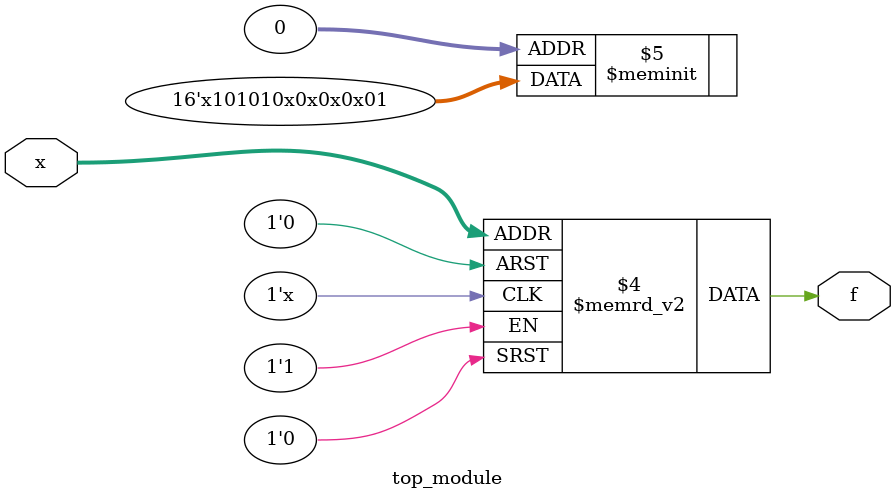
<source format=sv>
module top_module (
    input [4:1] x,
    output logic f
);

always_comb begin
    case (x)
        4'b0000, 4'b1010, 4'b1100, 4'b1110: f = 1'b1;
        4'b0001, 4'b0011, 4'b0101, 4'b0111, 4'b1001, 4'b1011, 4'b1101: f = 1'b0;
        default: f = 1'bx;
    endcase
end

endmodule

</source>
